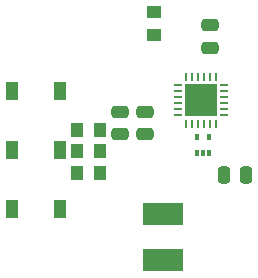
<source format=gbr>
%TF.GenerationSoftware,KiCad,Pcbnew,6.0.11+dfsg-1~bpo11+1*%
%TF.CreationDate,2023-05-25T07:24:50+00:00*%
%TF.ProjectId,USBI2C01,55534249-3243-4303-912e-6b696361645f,I2CUSB01A*%
%TF.SameCoordinates,Original*%
%TF.FileFunction,Paste,Bot*%
%TF.FilePolarity,Positive*%
%FSLAX46Y46*%
G04 Gerber Fmt 4.6, Leading zero omitted, Abs format (unit mm)*
G04 Created by KiCad (PCBNEW 6.0.11+dfsg-1~bpo11+1) date 2023-05-25 07:24:50*
%MOMM*%
%LPD*%
G01*
G04 APERTURE LIST*
G04 Aperture macros list*
%AMRoundRect*
0 Rectangle with rounded corners*
0 $1 Rounding radius*
0 $2 $3 $4 $5 $6 $7 $8 $9 X,Y pos of 4 corners*
0 Add a 4 corners polygon primitive as box body*
4,1,4,$2,$3,$4,$5,$6,$7,$8,$9,$2,$3,0*
0 Add four circle primitives for the rounded corners*
1,1,$1+$1,$2,$3*
1,1,$1+$1,$4,$5*
1,1,$1+$1,$6,$7*
1,1,$1+$1,$8,$9*
0 Add four rect primitives between the rounded corners*
20,1,$1+$1,$2,$3,$4,$5,0*
20,1,$1+$1,$4,$5,$6,$7,0*
20,1,$1+$1,$6,$7,$8,$9,0*
20,1,$1+$1,$8,$9,$2,$3,0*%
G04 Aperture macros list end*
%ADD10R,1.050000X1.500000*%
%ADD11R,3.400000X1.900000*%
%ADD12R,1.295400X0.990600*%
%ADD13R,0.990600X1.295400*%
%ADD14RoundRect,0.250000X-0.250000X-0.475000X0.250000X-0.475000X0.250000X0.475000X-0.250000X0.475000X0*%
%ADD15RoundRect,0.250000X-0.475000X0.250000X-0.475000X-0.250000X0.475000X-0.250000X0.475000X0.250000X0*%
%ADD16R,0.350000X0.550000*%
%ADD17R,0.250000X0.700000*%
%ADD18R,0.700000X0.250000*%
%ADD19R,2.700000X2.700000*%
%ADD20RoundRect,0.250000X0.475000X-0.250000X0.475000X0.250000X-0.475000X0.250000X-0.475000X-0.250000X0*%
G04 APERTURE END LIST*
D10*
%TO.C,D2*%
X139706100Y-104823600D03*
X135706100Y-104823600D03*
%TD*%
D11*
%TO.C,P1*%
X148501100Y-115277350D03*
X148501100Y-119177350D03*
%TD*%
D12*
%TO.C,R5*%
X147707350Y-100079850D03*
X147707350Y-98179850D03*
%TD*%
D10*
%TO.C,D1*%
X139706100Y-114823600D03*
X135706100Y-114823600D03*
%TD*%
D13*
%TO.C,R4*%
X143101100Y-108178600D03*
X141201100Y-108178600D03*
%TD*%
%TO.C,R3*%
X143101100Y-109924850D03*
X141201100Y-109924850D03*
%TD*%
D14*
%TO.C,C1*%
X153583600Y-111988600D03*
X155483600Y-111988600D03*
%TD*%
D10*
%TO.C,D3*%
X139706100Y-109823600D03*
X135706100Y-109823600D03*
%TD*%
D15*
%TO.C,C3*%
X146913600Y-106593600D03*
X146913600Y-108493600D03*
%TD*%
D16*
%TO.C,D4*%
X152334850Y-110123600D03*
X151834850Y-110123600D03*
X151334850Y-110123600D03*
X151334850Y-108773600D03*
X152334850Y-108773600D03*
%TD*%
D17*
%TO.C,X1*%
X152926100Y-107613600D03*
X152426100Y-107613600D03*
X151926100Y-107613600D03*
X151426100Y-107613600D03*
X150926100Y-107613600D03*
X150426100Y-107613600D03*
D18*
X149701100Y-106888600D03*
X149701100Y-106388600D03*
X149701100Y-105888600D03*
X149701100Y-105388600D03*
X149701100Y-104888600D03*
X149701100Y-104388600D03*
D17*
X150426100Y-103663600D03*
X150926100Y-103663600D03*
X151426100Y-103663600D03*
X151926100Y-103663600D03*
X152426100Y-103663600D03*
X152926100Y-103663600D03*
D18*
X153651100Y-104388600D03*
X153651100Y-104888600D03*
X153651100Y-105388600D03*
X153651100Y-105888600D03*
X153651100Y-106388600D03*
X153651100Y-106888600D03*
D19*
X151676100Y-105638600D03*
%TD*%
D13*
%TO.C,R1*%
X141201100Y-111829850D03*
X143101100Y-111829850D03*
%TD*%
D20*
%TO.C,C4*%
X152469850Y-101191100D03*
X152469850Y-99291100D03*
%TD*%
D15*
%TO.C,C2*%
X144849850Y-106593600D03*
X144849850Y-108493600D03*
%TD*%
M02*

</source>
